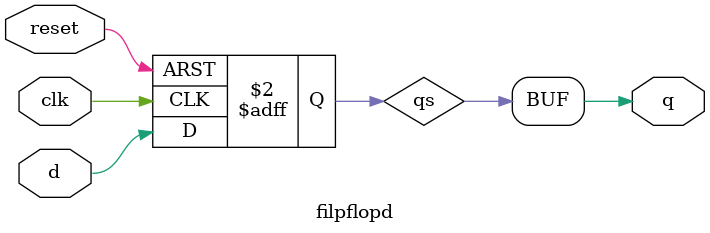
<source format=sv>
`timescale 1ns / 1ps

module filpflopd(
    input clk, d,reset,
    output q
    );
 logic qs;
   always_ff @(posedge clk,posedge reset)
   if (reset)
   qs <= 1'b0;
   else
   qs <= d;

assign q=qs;
endmodule

</source>
